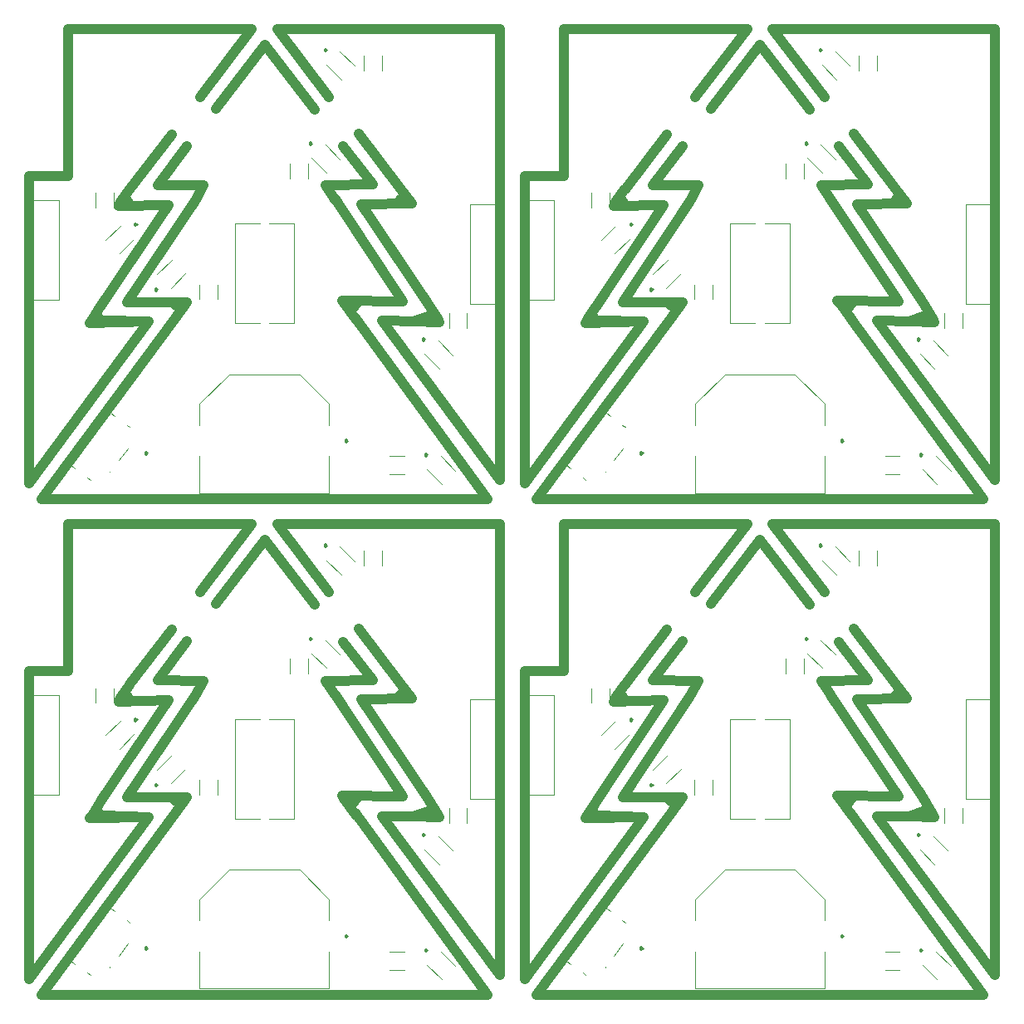
<source format=gto>
%FSTAX23Y23*%
%MOIN*%
%SFA1B1*%

%IPPOS*%
%ADD19C,0.000000*%
%ADD25C,0.009840*%
%ADD26C,0.039370*%
%LNpcb_panel_v3-1*%
%LPD*%
G54D19*
X01684Y01383D02*
X01804Y01501D01*
X02085D02*
X02204Y01383D01*
Y01298D02*
Y01383D01*
X01804Y01501D02*
X02085D01*
X01684Y01025D02*
X02204D01*
Y01174*
X01684Y01298D02*
Y01383D01*
Y01025D02*
Y01174D01*
X01359Y01157D02*
X01395Y01206D01*
X01323Y0111D02*
X01324Y01111D01*
X01151Y0115D02*
X01184Y01124D01*
X01233Y01088D02*
X01245Y01079D01*
X01151Y0115D02*
X0131Y0136D01*
X01343Y01335*
X01392Y01298D02*
X01404Y01289D01*
X02415Y02722D02*
Y02781D01*
X02342Y02722D02*
Y02781D01*
X02685Y01688D02*
Y01748D01*
X02757Y01688D02*
Y01748D01*
X02189Y02424D02*
X02247Y02365D01*
X01568Y01849D02*
X01627Y01907D01*
X01514Y01903D02*
X01572Y01961D01*
X02597Y0112D02*
X02655Y01061D01*
X02651Y01174D02*
X02709Y01116D01*
X01963Y01707D02*
X02063D01*
Y02107*
X01963D02*
X02063D01*
X01825Y01707D02*
X01925D01*
X01825D02*
Y02107D01*
X01925*
X0212Y02289D02*
Y02348D01*
X02047Y02289D02*
Y02348D01*
X01755Y01803D02*
Y01862D01*
X01682Y01803D02*
Y01862D01*
X02446Y011D02*
X02505D01*
X02446Y01173D02*
X02505D01*
X01307Y02041D02*
X01366Y02099D01*
X01362Y01986D02*
X0142Y02045D01*
X02587Y01583D02*
X02645Y01524D01*
X02641Y01637D02*
X02699Y01578D01*
X01019Y02202D02*
X01119D01*
Y01802D02*
Y02202D01*
X01019Y01802D02*
X01119D01*
X0277Y02185D02*
X0287D01*
X0277Y01785D02*
Y02185D01*
Y01785D02*
X0287D01*
X01267Y02171D02*
Y0223D01*
X0134Y02171D02*
Y0223D01*
X01157Y02299D02*
Y02889D01*
X01Y02299D02*
X01157D01*
X02193Y02744D02*
X02251Y02686D01*
X02247Y02798D02*
X02306Y0274D01*
X02134Y02369D02*
X02193Y02311D01*
X03673Y01383D02*
X03792Y01501D01*
X04073D02*
X04193Y01383D01*
Y01298D02*
Y01383D01*
X03792Y01501D02*
X04073D01*
X03673Y01025D02*
X04193D01*
Y01174*
X03673Y01298D02*
Y01383D01*
Y01025D02*
Y01174D01*
X03347Y01157D02*
X03383Y01206D01*
X03311Y0111D02*
X03312Y01111D01*
X03139Y0115D02*
X03172Y01124D01*
X03221Y01088D02*
X03233Y01079D01*
X03139Y0115D02*
X03298Y0136D01*
X03331Y01335*
X0338Y01298D02*
X03392Y01289D01*
X04403Y02722D02*
Y02781D01*
X0433Y02722D02*
Y02781D01*
X04673Y01688D02*
Y01748D01*
X04746Y01688D02*
Y01748D01*
X04177Y02424D02*
X04235Y02365D01*
X03556Y01849D02*
X03615Y01907D01*
X03502Y01903D02*
X03561Y01961D01*
X04585Y0112D02*
X04643Y01061D01*
X04639Y01174D02*
X04698Y01116D01*
X03952Y01707D02*
X04052D01*
Y02107*
X03952D02*
X04052D01*
X03814Y01707D02*
X03914D01*
X03814D02*
Y02107D01*
X03914*
X04108Y02289D02*
Y02348D01*
X04035Y02289D02*
Y02348D01*
X03743Y01803D02*
Y01862D01*
X0367Y01803D02*
Y01862D01*
X04435Y011D02*
X04494D01*
X04435Y01173D02*
X04494D01*
X03295Y02041D02*
X03354Y02099D01*
X0335Y01986D02*
X03408Y02045D01*
X04575Y01583D02*
X04633Y01524D01*
X04629Y01637D02*
X04687Y01578D01*
X03007Y02202D02*
X03107D01*
Y01802D02*
Y02202D01*
X03007Y01802D02*
X03107D01*
X04758Y02185D02*
X04858D01*
X04758Y01785D02*
Y02185D01*
Y01785D02*
X04858D01*
X03255Y02171D02*
Y0223D01*
X03328Y02171D02*
Y0223D01*
X03145Y02299D02*
Y02889D01*
X02988Y02299D02*
X03145D01*
X04181Y02744D02*
X04239Y02686D01*
X04235Y02798D02*
X04294Y0274D01*
X04123Y02369D02*
X04181Y02311D01*
X01684Y03371D02*
X01804Y03489D01*
X02085D02*
X02204Y03371D01*
Y03286D02*
Y03371D01*
X01804Y03489D02*
X02085D01*
X01684Y03014D02*
X02204D01*
Y03162*
X01684Y03286D02*
Y03371D01*
Y03014D02*
Y03162D01*
X01359Y03145D02*
X01395Y03194D01*
X01323Y03098D02*
X01324Y031D01*
X01151Y03138D02*
X01184Y03113D01*
X01233Y03076D02*
X01245Y03067D01*
X01151Y03138D02*
X0131Y03348D01*
X01343Y03323*
X01392Y03287D02*
X01404Y03278D01*
X02415Y0471D02*
Y04769D01*
X02342Y0471D02*
Y04769D01*
X02685Y03677D02*
Y03736D01*
X02757Y03677D02*
Y03736D01*
X02189Y04412D02*
X02247Y04353D01*
X01568Y03837D02*
X01627Y03895D01*
X01514Y03891D02*
X01572Y0395D01*
X02597Y03108D02*
X02655Y03049D01*
X02651Y03162D02*
X02709Y03104D01*
X01963Y03695D02*
X02063D01*
Y04095*
X01963D02*
X02063D01*
X01825Y03695D02*
X01925D01*
X01825D02*
Y04095D01*
X01925*
X0212Y04277D02*
Y04336D01*
X02047Y04277D02*
Y04336D01*
X01755Y03791D02*
Y0385D01*
X01682Y03791D02*
Y0385D01*
X02446Y03088D02*
X02505D01*
X02446Y03161D02*
X02505D01*
X01307Y04029D02*
X01366Y04087D01*
X01362Y03975D02*
X0142Y04033D01*
X02587Y03571D02*
X02645Y03512D01*
X02641Y03625D02*
X02699Y03567D01*
X01019Y0419D02*
X01119D01*
Y0379D02*
Y0419D01*
X01019Y0379D02*
X01119D01*
X0277Y04174D02*
X0287D01*
X0277Y03774D02*
Y04174D01*
Y03774D02*
X0287D01*
X01267Y04159D02*
Y04218D01*
X0134Y04159D02*
Y04218D01*
X01157Y04287D02*
Y04877D01*
X01Y04287D02*
X01157D01*
X02193Y04732D02*
X02251Y04674D01*
X02247Y04786D02*
X02306Y04728D01*
X02134Y04358D02*
X02193Y04299D01*
X03673Y03371D02*
X03792Y03489D01*
X04073D02*
X04193Y03371D01*
Y03286D02*
Y03371D01*
X03792Y03489D02*
X04073D01*
X03673Y03014D02*
X04193D01*
Y03162*
X03673Y03286D02*
Y03371D01*
Y03014D02*
Y03162D01*
X03347Y03145D02*
X03383Y03194D01*
X03311Y03098D02*
X03312Y031D01*
X03139Y03138D02*
X03172Y03113D01*
X03221Y03076D02*
X03233Y03067D01*
X03139Y03138D02*
X03298Y03348D01*
X03331Y03323*
X0338Y03287D02*
X03392Y03278D01*
X04403Y0471D02*
Y04769D01*
X0433Y0471D02*
Y04769D01*
X04673Y03677D02*
Y03736D01*
X04746Y03677D02*
Y03736D01*
X04177Y04412D02*
X04235Y04353D01*
X03556Y03837D02*
X03615Y03895D01*
X03502Y03891D02*
X03561Y0395D01*
X04585Y03108D02*
X04643Y03049D01*
X04639Y03162D02*
X04698Y03104D01*
X03952Y03695D02*
X04052D01*
Y04095*
X03952D02*
X04052D01*
X03814Y03695D02*
X03914D01*
X03814D02*
Y04095D01*
X03914*
X04108Y04277D02*
Y04336D01*
X04035Y04277D02*
Y04336D01*
X03743Y03791D02*
Y0385D01*
X0367Y03791D02*
Y0385D01*
X04435Y03088D02*
X04494D01*
X04435Y03161D02*
X04494D01*
X03295Y04029D02*
X03354Y04087D01*
X0335Y03975D02*
X03408Y04033D01*
X04575Y03571D02*
X04633Y03512D01*
X04629Y03625D02*
X04687Y03567D01*
X03007Y0419D02*
X03107D01*
Y0379D02*
Y0419D01*
X03007Y0379D02*
X03107D01*
X04758Y04174D02*
X04858D01*
X04758Y03774D02*
Y04174D01*
Y03774D02*
X04858D01*
X03255Y04159D02*
Y04218D01*
X03328Y04159D02*
Y04218D01*
X03145Y04287D02*
Y04877D01*
X02988Y04287D02*
X03145D01*
X04181Y04732D02*
X04239Y04674D01*
X04235Y04786D02*
X04294Y04728D01*
X04123Y04358D02*
X04181Y04299D01*
G54D25*
X02277Y01236D02*
X0227Y0124D01*
Y01231*
X02277Y01236*
X01473Y01186D02*
X01466Y01191D01*
Y01182*
X01473Y01186*
X02192Y02804D02*
X02185Y02808D01*
Y028*
X02192Y02804*
X02134Y02429D02*
X02126Y02434D01*
Y02425*
X02134Y02429*
X01513Y01843D02*
X01506Y01847D01*
Y01839*
X01513Y01843*
X02596Y0118D02*
X02589Y01184D01*
Y01175*
X02596Y0118*
X01431Y02105D02*
X01423Y02109D01*
Y021*
X01431Y02105*
X02586Y01642D02*
X02579Y01647D01*
Y01638*
X02586Y01642*
X04265Y01236D02*
X04258Y0124D01*
Y01231*
X04265Y01236*
X03461Y01186D02*
X03454Y01191D01*
Y01182*
X03461Y01186*
X0418Y02804D02*
X04173Y02808D01*
Y028*
X0418Y02804*
X04122Y02429D02*
X04115Y02434D01*
Y02425*
X04122Y02429*
X03502Y01843D02*
X03494Y01847D01*
Y01839*
X03502Y01843*
X04584Y0118D02*
X04577Y01184D01*
Y01175*
X04584Y0118*
X03419Y02105D02*
X03411Y02109D01*
Y021*
X03419Y02105*
X04574Y01642D02*
X04567Y01647D01*
Y01638*
X04574Y01642*
X02277Y03224D02*
X0227Y03228D01*
Y0322*
X02277Y03224*
X01473Y03175D02*
X01466Y03179D01*
Y0317*
X01473Y03175*
X02192Y04792D02*
X02185Y04796D01*
Y04788*
X02192Y04792*
X02134Y04417D02*
X02126Y04422D01*
Y04413*
X02134Y04417*
X01513Y03831D02*
X01506Y03836D01*
Y03827*
X01513Y03831*
X02596Y03168D02*
X02589Y03172D01*
Y03163*
X02596Y03168*
X01431Y04093D02*
X01423Y04097D01*
Y04089*
X01431Y04093*
X02586Y03631D02*
X02579Y03635D01*
Y03626*
X02586Y03631*
X04265Y03224D02*
X04258Y03228D01*
Y0322*
X04265Y03224*
X03461Y03175D02*
X03454Y03179D01*
Y0317*
X03461Y03175*
X0418Y04792D02*
X04173Y04796D01*
Y04788*
X0418Y04792*
X04122Y04417D02*
X04115Y04422D01*
Y04413*
X04122Y04417*
X03502Y03831D02*
X03494Y03836D01*
Y03827*
X03502Y03831*
X04584Y03168D02*
X04577Y03172D01*
Y03163*
X04584Y03168*
X03419Y04093D02*
X03411Y04097D01*
Y04089*
X03419Y04093*
X04574Y03631D02*
X04567Y03635D01*
Y03626*
X04574Y03631*
G54D26*
X01404Y02245D02*
X01571Y02465D01*
X01686Y02616D02*
X01893Y02889D01*
X01275Y01736D02*
X01287Y01716D01*
X01299Y01719*
X01478Y01713*
X01244Y01708D02*
X01478Y01713D01*
X01244Y01708D02*
X01251Y0172D01*
X01284Y0177*
X01389Y02204D02*
X01405Y02181D01*
X01358Y02177D02*
X01558Y02182D01*
X01358Y02177D02*
X01366Y02192D01*
X01402Y02243*
X02543Y01716D02*
X02608Y01738D01*
X02543Y01716D02*
X02645Y01712D01*
X02641Y0172D02*
X02645Y01712D01*
X02594Y01799D02*
X02641Y0172D01*
X02474Y02189D02*
X02487Y02199D01*
X0249Y02203D02*
X02512Y02219D01*
X02489Y02249D02*
X02535Y02188D01*
X02334Y02186D02*
X02535Y02188D01*
X01996Y02889D02*
X02203Y02616D01*
X02322Y02468D02*
X02489Y02249D01*
X02334Y02186D02*
X02594Y01799D01*
X02415Y01717D02*
X02555Y01716D01*
X02415Y01717D02*
X02889Y01078D01*
Y02889*
X01996D02*
X02889D01*
X01157D02*
X01893D01*
X01157Y02299D02*
Y02889D01*
X01Y02299D02*
X01157D01*
X01Y01062D02*
Y02299D01*
Y01062D02*
X01478Y01713D01*
X01287Y01775D02*
X01558Y02182D01*
X01581Y01783D02*
X01606Y01763D01*
X02299Y01768D02*
X02318Y01792D01*
X01049Y01D02*
X0284D01*
X02255Y01799D02*
X02499Y01796D01*
X02255Y01799D02*
X02267Y01783D01*
X02314Y0172*
X01618Y01791D02*
X01625D01*
X01633*
X0158Y01718D02*
X01633Y01791D01*
X01393Y01792D02*
X01625Y01791D01*
X01665Y02199D02*
X01698Y02259D01*
X01515Y02261D02*
X01698Y02259D01*
X0219D02*
X02226Y02206D01*
X0219Y02259D02*
X02378Y02264D01*
X01049Y01D02*
X0158Y01718D01*
X01393Y01792D02*
X01665Y02199D01*
X02228Y02203D02*
X02499Y01796D01*
X02309Y01728D02*
X0284Y01D01*
X02259Y02417D02*
X02378Y02264D01*
X01515Y02261D02*
X01634Y02418D01*
X01749Y02569D02*
X01945Y02825D01*
X02146Y02565*
X03392Y02245D02*
X03559Y02465D01*
X03674Y02616D02*
X03881Y02889D01*
X03263Y01736D02*
X03275Y01716D01*
X03288Y01719*
X03466Y01713*
X03232Y01708D02*
X03466Y01713D01*
X03232Y01708D02*
X0324Y0172D01*
X03272Y0177*
X03377Y02204D02*
X03393Y02181D01*
X03346Y02177D02*
X03547Y02182D01*
X03346Y02177D02*
X03354Y02192D01*
X0339Y02243*
X04531Y01716D02*
X04596Y01738D01*
X04531Y01716D02*
X04633Y01712D01*
X04629Y0172D02*
X04633Y01712D01*
X04582Y01799D02*
X04629Y0172D01*
X04462Y02189D02*
X04475Y02199D01*
X04479Y02203D02*
X045Y02219D01*
X04477Y02249D02*
X04523Y02188D01*
X04323Y02186D02*
X04523Y02188D01*
X03984Y02889D02*
X04191Y02616D01*
X0431Y02468D02*
X04477Y02249D01*
X04323Y02186D02*
X04582Y01799D01*
X04403Y01717D02*
X04543Y01716D01*
X04403Y01717D02*
X04877Y01078D01*
Y02889*
X03984D02*
X04877D01*
X03145D02*
X03881D01*
X03145Y02299D02*
Y02889D01*
X02988Y02299D02*
X03145D01*
X02988Y01062D02*
Y02299D01*
Y01062D02*
X03466Y01713D01*
X03275Y01775D02*
X03547Y02182D01*
X03569Y01783D02*
X03594Y01763D01*
X04287Y01768D02*
X04306Y01792D01*
X03037Y01D02*
X04828D01*
X04244Y01799D02*
X04488Y01796D01*
X04244Y01799D02*
X04255Y01783D01*
X04303Y0172*
X03606Y01791D02*
X03614D01*
X03622*
X03568Y01718D02*
X03622Y01791D01*
X03381Y01792D02*
X03614Y01791D01*
X03653Y02199D02*
X03687Y02259D01*
X03503Y02261D02*
X03687Y02259D01*
X04179D02*
X04215Y02206D01*
X04179Y02259D02*
X04366Y02264D01*
X03037Y01D02*
X03568Y01718D01*
X03381Y01792D02*
X03653Y02199D01*
X04216Y02203D02*
X04488Y01796D01*
X04297Y01728D02*
X04828Y01D01*
X04248Y02417D02*
X04366Y02264D01*
X03503Y02261D02*
X03623Y02418D01*
X03737Y02569D02*
X03933Y02825D01*
X04134Y02565*
X01404Y04233D02*
X01571Y04453D01*
X01686Y04604D02*
X01893Y04877D01*
X01275Y03724D02*
X01287Y03704D01*
X01299Y03707*
X01478Y03701*
X01244Y03696D02*
X01478Y03701D01*
X01244Y03696D02*
X01251Y03708D01*
X01284Y03758*
X01389Y04192D02*
X01405Y04169D01*
X01358Y04165D02*
X01558Y0417D01*
X01358Y04165D02*
X01366Y04181D01*
X01402Y04231*
X02543Y03704D02*
X02608Y03726D01*
X02543Y03704D02*
X02645Y037D01*
X02641Y03708D02*
X02645Y037D01*
X02594Y03787D02*
X02641Y03708D01*
X02474Y04177D02*
X02487Y04187D01*
X0249Y04191D02*
X02512Y04207D01*
X02489Y04237D02*
X02535Y04177D01*
X02334Y04174D02*
X02535Y04177D01*
X01996Y04877D02*
X02203Y04604D01*
X02322Y04457D02*
X02489Y04237D01*
X02334Y04174D02*
X02594Y03787D01*
X02415Y03705D02*
X02555Y03704D01*
X02415Y03705D02*
X02889Y03066D01*
Y04877*
X01996D02*
X02889D01*
X01157D02*
X01893D01*
X01157Y04287D02*
Y04877D01*
X01Y04287D02*
X01157D01*
X01Y03051D02*
Y04287D01*
Y03051D02*
X01478Y03701D01*
X01287Y03763D02*
X01558Y0417D01*
X01581Y03771D02*
X01606Y03751D01*
X02299Y03756D02*
X02318Y0378D01*
X01049Y02988D02*
X0284D01*
X02255Y03787D02*
X02499Y03784D01*
X02255Y03787D02*
X02267Y03771D01*
X02314Y03708*
X01618Y03779D02*
X01625D01*
X01633*
X0158Y03706D02*
X01633Y03779D01*
X01393Y0378D02*
X01625Y03779D01*
X01665Y04187D02*
X01698Y04248D01*
X01515Y04249D02*
X01698Y04248D01*
X0219D02*
X02226Y04194D01*
X0219Y04248D02*
X02378Y04253D01*
X01049Y02988D02*
X0158Y03706D01*
X01393Y0378D02*
X01665Y04187D01*
X02228Y04191D02*
X02499Y03784D01*
X02309Y03716D02*
X0284Y02988D01*
X02259Y04405D02*
X02378Y04253D01*
X01515Y04249D02*
X01634Y04406D01*
X01749Y04557D02*
X01945Y04813D01*
X02146Y04553*
X03392Y04233D02*
X03559Y04453D01*
X03674Y04604D02*
X03881Y04877D01*
X03263Y03724D02*
X03275Y03704D01*
X03288Y03707*
X03466Y03701*
X03232Y03696D02*
X03466Y03701D01*
X03232Y03696D02*
X0324Y03708D01*
X03272Y03758*
X03377Y04192D02*
X03393Y04169D01*
X03346Y04165D02*
X03547Y0417D01*
X03346Y04165D02*
X03354Y04181D01*
X0339Y04231*
X04531Y03704D02*
X04596Y03726D01*
X04531Y03704D02*
X04633Y037D01*
X04629Y03708D02*
X04633Y037D01*
X04582Y03787D02*
X04629Y03708D01*
X04462Y04177D02*
X04475Y04187D01*
X04479Y04191D02*
X045Y04207D01*
X04477Y04237D02*
X04523Y04177D01*
X04323Y04174D02*
X04523Y04177D01*
X03984Y04877D02*
X04191Y04604D01*
X0431Y04457D02*
X04477Y04237D01*
X04323Y04174D02*
X04582Y03787D01*
X04403Y03705D02*
X04543Y03704D01*
X04403Y03705D02*
X04877Y03066D01*
Y04877*
X03984D02*
X04877D01*
X03145D02*
X03881D01*
X03145Y04287D02*
Y04877D01*
X02988Y04287D02*
X03145D01*
X02988Y03051D02*
Y04287D01*
Y03051D02*
X03466Y03701D01*
X03275Y03763D02*
X03547Y0417D01*
X03569Y03771D02*
X03594Y03751D01*
X04287Y03756D02*
X04306Y0378D01*
X03037Y02988D02*
X04828D01*
X04244Y03787D02*
X04488Y03784D01*
X04244Y03787D02*
X04255Y03771D01*
X04303Y03708*
X03606Y03779D02*
X03614D01*
X03622*
X03568Y03706D02*
X03622Y03779D01*
X03381Y0378D02*
X03614Y03779D01*
X03653Y04187D02*
X03687Y04248D01*
X03503Y04249D02*
X03687Y04248D01*
X04179D02*
X04215Y04194D01*
X04179Y04248D02*
X04366Y04253D01*
X03037Y02988D02*
X03568Y03706D01*
X03381Y0378D02*
X03653Y04187D01*
X04216Y04191D02*
X04488Y03784D01*
X04297Y03716D02*
X04828Y02988D01*
X04248Y04405D02*
X04366Y04253D01*
X03503Y04249D02*
X03623Y04406D01*
X03737Y04557D02*
X03933Y04813D01*
X04134Y04553*
M02*
</source>
